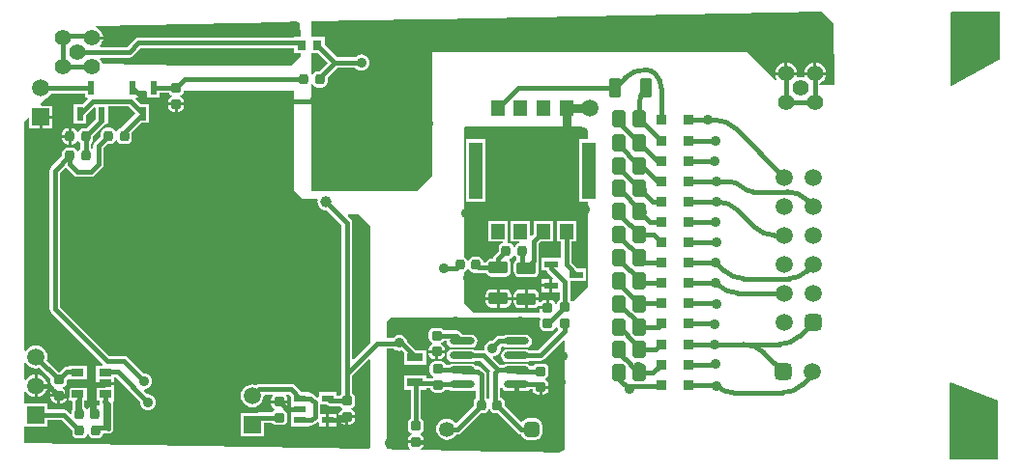
<source format=gtl>
G04 Layer_Physical_Order=1*
G04 Layer_Color=255*
%FSLAX25Y25*%
%MOIN*%
G70*
G01*
G75*
%ADD10C,0.01575*%
G04:AMPARAMS|DCode=11|XSize=35.43mil|YSize=31.5mil|CornerRadius=7.87mil|HoleSize=0mil|Usage=FLASHONLY|Rotation=0.000|XOffset=0mil|YOffset=0mil|HoleType=Round|Shape=RoundedRectangle|*
%AMROUNDEDRECTD11*
21,1,0.03543,0.01575,0,0,0.0*
21,1,0.01969,0.03150,0,0,0.0*
1,1,0.01575,0.00984,-0.00787*
1,1,0.01575,-0.00984,-0.00787*
1,1,0.01575,-0.00984,0.00787*
1,1,0.01575,0.00984,0.00787*
%
%ADD11ROUNDEDRECTD11*%
G04:AMPARAMS|DCode=12|XSize=35.43mil|YSize=31.5mil|CornerRadius=7.87mil|HoleSize=0mil|Usage=FLASHONLY|Rotation=90.000|XOffset=0mil|YOffset=0mil|HoleType=Round|Shape=RoundedRectangle|*
%AMROUNDEDRECTD12*
21,1,0.03543,0.01575,0,0,90.0*
21,1,0.01969,0.03150,0,0,90.0*
1,1,0.01575,0.00787,0.00984*
1,1,0.01575,0.00787,-0.00984*
1,1,0.01575,-0.00787,-0.00984*
1,1,0.01575,-0.00787,0.00984*
%
%ADD12ROUNDEDRECTD12*%
%ADD13R,0.02362X0.04528*%
%ADD14R,0.04528X0.02362*%
%ADD15R,0.04331X0.02559*%
%ADD16R,0.03543X0.03543*%
%ADD17R,0.05512X0.03150*%
%ADD18R,0.03150X0.03543*%
%ADD19R,0.04134X0.02362*%
G04:AMPARAMS|DCode=20|XSize=66.93mil|YSize=43.31mil|CornerRadius=10.83mil|HoleSize=0mil|Usage=FLASHONLY|Rotation=0.000|XOffset=0mil|YOffset=0mil|HoleType=Round|Shape=RoundedRectangle|*
%AMROUNDEDRECTD20*
21,1,0.06693,0.02165,0,0,0.0*
21,1,0.04528,0.04331,0,0,0.0*
1,1,0.02165,0.02264,-0.01083*
1,1,0.02165,-0.02264,-0.01083*
1,1,0.02165,-0.02264,0.01083*
1,1,0.02165,0.02264,0.01083*
%
%ADD20ROUNDEDRECTD20*%
G04:AMPARAMS|DCode=21|XSize=66.93mil|YSize=43.31mil|CornerRadius=10.83mil|HoleSize=0mil|Usage=FLASHONLY|Rotation=270.000|XOffset=0mil|YOffset=0mil|HoleType=Round|Shape=RoundedRectangle|*
%AMROUNDEDRECTD21*
21,1,0.06693,0.02165,0,0,270.0*
21,1,0.04528,0.04331,0,0,270.0*
1,1,0.02165,-0.01083,-0.02264*
1,1,0.02165,-0.01083,0.02264*
1,1,0.02165,0.01083,0.02264*
1,1,0.02165,0.01083,-0.02264*
%
%ADD21ROUNDEDRECTD21*%
%ADD22O,0.08661X0.02362*%
G04:AMPARAMS|DCode=23|XSize=59.06mil|YSize=47.24mil|CornerRadius=11.81mil|HoleSize=0mil|Usage=FLASHONLY|Rotation=90.000|XOffset=0mil|YOffset=0mil|HoleType=Round|Shape=RoundedRectangle|*
%AMROUNDEDRECTD23*
21,1,0.05906,0.02362,0,0,90.0*
21,1,0.03543,0.04724,0,0,90.0*
1,1,0.02362,0.01181,0.01772*
1,1,0.02362,0.01181,-0.01772*
1,1,0.02362,-0.01181,-0.01772*
1,1,0.02362,-0.01181,0.01772*
%
%ADD23ROUNDEDRECTD23*%
%ADD24R,0.04724X0.05315*%
%ADD25R,0.04724X0.19685*%
%ADD26C,0.03150*%
%ADD27R,0.05906X0.05906*%
%ADD28C,0.05906*%
G04:AMPARAMS|DCode=29|XSize=59.06mil|YSize=59.06mil|CornerRadius=14.76mil|HoleSize=0mil|Usage=FLASHONLY|Rotation=90.000|XOffset=0mil|YOffset=0mil|HoleType=Round|Shape=RoundedRectangle|*
%AMROUNDEDRECTD29*
21,1,0.05906,0.02953,0,0,90.0*
21,1,0.02953,0.05906,0,0,90.0*
1,1,0.02953,0.01476,0.01476*
1,1,0.02953,0.01476,-0.01476*
1,1,0.02953,-0.01476,-0.01476*
1,1,0.02953,-0.01476,0.01476*
%
%ADD29ROUNDEDRECTD29*%
G04:AMPARAMS|DCode=30|XSize=59.06mil|YSize=59.06mil|CornerRadius=14.76mil|HoleSize=0mil|Usage=FLASHONLY|Rotation=0.000|XOffset=0mil|YOffset=0mil|HoleType=Round|Shape=RoundedRectangle|*
%AMROUNDEDRECTD30*
21,1,0.05906,0.02953,0,0,0.0*
21,1,0.02953,0.05906,0,0,0.0*
1,1,0.02953,0.01476,-0.01476*
1,1,0.02953,-0.01476,-0.01476*
1,1,0.02953,-0.01476,0.01476*
1,1,0.02953,0.01476,0.01476*
%
%ADD30ROUNDEDRECTD30*%
%ADD31C,0.05512*%
G04:AMPARAMS|DCode=32|XSize=53.15mil|YSize=53.15mil|CornerRadius=13.29mil|HoleSize=0mil|Usage=FLASHONLY|Rotation=180.000|XOffset=0mil|YOffset=0mil|HoleType=Round|Shape=RoundedRectangle|*
%AMROUNDEDRECTD32*
21,1,0.05315,0.02658,0,0,180.0*
21,1,0.02658,0.05315,0,0,180.0*
1,1,0.02658,-0.01329,0.01329*
1,1,0.02658,0.01329,0.01329*
1,1,0.02658,0.01329,-0.01329*
1,1,0.02658,-0.01329,-0.01329*
%
%ADD32ROUNDEDRECTD32*%
%ADD33C,0.05315*%
%ADD34C,0.03543*%
%ADD35C,0.03937*%
G36*
X97539Y94784D02*
X100591Y91732D01*
X105373D01*
X105496Y91639D01*
X105763Y91255D01*
X105683Y90650D01*
X105785Y89879D01*
X106082Y89161D01*
X106555Y88544D01*
X107172Y88070D01*
X107891Y87773D01*
X108661Y87671D01*
X109036Y87721D01*
X113986Y82771D01*
Y31442D01*
Y24328D01*
X113531Y24024D01*
X113358Y23765D01*
X112205D01*
Y24902D01*
X106102D01*
Y23242D01*
X105602Y23035D01*
X104624Y24013D01*
X104038Y24405D01*
X103347Y24543D01*
X102756D01*
Y24902D01*
X100094D01*
X97734Y27261D01*
X97148Y27653D01*
X96457Y27791D01*
X85472D01*
X84781Y27653D01*
X84432Y27420D01*
X84197Y27517D01*
X83169Y27652D01*
X82142Y27517D01*
X81184Y27120D01*
X80361Y26489D01*
X79730Y25667D01*
X79334Y24709D01*
X79198Y23681D01*
X79334Y22653D01*
X79730Y21696D01*
X80361Y20873D01*
X81184Y20242D01*
X82142Y19845D01*
X83169Y19710D01*
X84197Y19845D01*
X85155Y20242D01*
X85977Y20873D01*
X86608Y21696D01*
X87005Y22653D01*
X87140Y23681D01*
X87124Y23802D01*
X87454Y24178D01*
X89919D01*
X90055Y23913D01*
X90114Y23678D01*
X89753Y23138D01*
X89615Y22441D01*
Y22153D01*
X95228D01*
Y22441D01*
X95089Y23138D01*
X94729Y23678D01*
X94788Y23913D01*
X94923Y24178D01*
X95709D01*
X96653Y23233D01*
Y21177D01*
X96638D01*
Y19496D01*
X99705D01*
Y18496D01*
X96638D01*
Y16815D01*
X96653D01*
Y13091D01*
X102756D01*
Y13450D01*
X103642D01*
X104333Y13587D01*
X104919Y13979D01*
X105587Y14646D01*
X106087Y14439D01*
Y13075D01*
X108653D01*
Y15256D01*
Y17437D01*
X106531D01*
Y20571D01*
X108819D01*
X109239Y20290D01*
X109931Y20153D01*
X113358D01*
X113531Y19894D01*
X114117Y19503D01*
X114301Y19466D01*
Y18956D01*
X114111Y18918D01*
X113519Y18523D01*
X113124Y17932D01*
X112985Y17235D01*
Y16947D01*
X115792D01*
X118599D01*
Y17235D01*
X118460Y17932D01*
X118065Y18523D01*
X117474Y18918D01*
X117283Y18956D01*
Y19466D01*
X117468Y19503D01*
X118054Y19894D01*
X118445Y20481D01*
X118583Y21172D01*
Y22747D01*
X118445Y23438D01*
X118054Y24024D01*
X117598Y24328D01*
Y30694D01*
X123258Y36354D01*
X123721Y36162D01*
Y5709D01*
X123222Y5210D01*
X4626Y7323D01*
Y12689D01*
X4626Y13189D01*
X5126Y13189D01*
X12500D01*
Y15320D01*
X17559D01*
X21127Y11752D01*
Y10728D01*
X21264Y10037D01*
X21656Y9451D01*
X22242Y9059D01*
X22933Y8922D01*
X24508D01*
X25199Y9059D01*
X25785Y9451D01*
X26177Y10037D01*
X26221Y10262D01*
X26731D01*
X26776Y10037D01*
X27168Y9451D01*
X27754Y9059D01*
X28445Y8922D01*
X30020D01*
X30711Y9059D01*
X31297Y9451D01*
X31688Y10037D01*
X31826Y10728D01*
Y10792D01*
X32480D01*
X32713Y10839D01*
X32872Y10733D01*
X33563Y10595D01*
X34254Y10733D01*
X34840Y11124D01*
X35232Y11710D01*
X35369Y12402D01*
Y20669D01*
X35232Y21361D01*
X35173Y21449D01*
X35440Y21949D01*
X35630D01*
Y25673D01*
X35646D01*
Y27453D01*
X32480D01*
X29315D01*
Y25673D01*
X29331D01*
Y21949D01*
X30495D01*
X30575Y21850D01*
X30674Y21356D01*
Y20640D01*
X30174Y20256D01*
X29823Y20326D01*
X29535D01*
Y17520D01*
X28535D01*
Y20326D01*
X28248D01*
X27551Y20188D01*
X26959Y19793D01*
X26564Y19201D01*
X26526Y19011D01*
X26017D01*
X25980Y19195D01*
X25588Y19781D01*
X25330Y19954D01*
Y21949D01*
X26181D01*
Y26476D01*
X19882D01*
Y21949D01*
X21046D01*
X21127Y21850D01*
Y19284D01*
X21067Y19195D01*
X20930Y18504D01*
Y17711D01*
X20468Y17520D01*
X19584Y18403D01*
X18998Y18795D01*
X18307Y18932D01*
X12500D01*
Y21063D01*
X4626Y21063D01*
X4626Y21563D01*
Y24954D01*
X5076Y25116D01*
X5126Y25112D01*
X5744Y24307D01*
X6570Y23673D01*
X7531Y23275D01*
X8063Y23205D01*
Y27126D01*
Y31047D01*
X7531Y30977D01*
X6570Y30579D01*
X5744Y29945D01*
X5126Y29140D01*
X5076Y29136D01*
X4626Y29298D01*
Y35036D01*
X5124Y35140D01*
X5755Y34318D01*
X6577Y33687D01*
X7535Y33290D01*
X8563Y33155D01*
X9591Y33290D01*
X9756Y33359D01*
X13646Y29469D01*
Y28445D01*
X13784Y27754D01*
X14175Y27168D01*
X14762Y26776D01*
X14946Y26739D01*
Y26230D01*
X14755Y26192D01*
X14164Y25797D01*
X13769Y25205D01*
X13630Y24508D01*
Y24221D01*
X19244D01*
Y24508D01*
X19105Y25205D01*
X18710Y25797D01*
X18119Y26192D01*
X17928Y26230D01*
Y26739D01*
X18113Y26776D01*
X18699Y27168D01*
X19090Y27754D01*
X19228Y28445D01*
Y29146D01*
X19718Y29493D01*
X19882Y29429D01*
Y29429D01*
X26181D01*
Y33957D01*
X19882D01*
Y33696D01*
X19094D01*
X18403Y33559D01*
X17817Y33167D01*
X16476Y31826D01*
X16398D01*
X12319Y35905D01*
X12399Y36098D01*
X12534Y37126D01*
X12399Y38154D01*
X12002Y39112D01*
X11371Y39934D01*
X10548Y40565D01*
X9591Y40962D01*
X8563Y41097D01*
X7535Y40962D01*
X6577Y40565D01*
X5755Y39934D01*
X5124Y39112D01*
X4626Y39216D01*
Y118504D01*
X5920Y119798D01*
X6382Y119607D01*
Y115929D01*
X9835D01*
Y119882D01*
X10335D01*
Y120382D01*
X14287D01*
Y123835D01*
X10546D01*
X10335Y124288D01*
X12052Y126332D01*
X12320Y126443D01*
X13142Y127074D01*
X13774Y127896D01*
X13848Y128076D01*
X25394D01*
Y126673D01*
X26221D01*
X26413Y126211D01*
X24512Y124311D01*
X21654D01*
Y117815D01*
X25984D01*
Y120674D01*
X28634Y123323D01*
X29134Y123116D01*
Y119188D01*
X26023Y116078D01*
X25000D01*
X24309Y115940D01*
X23723Y115549D01*
X23331Y114963D01*
X23294Y114778D01*
X22785D01*
X22747Y114969D01*
X22352Y115560D01*
X21760Y115955D01*
X21063Y116094D01*
X20776D01*
Y113287D01*
Y110481D01*
X21063D01*
X21760Y110619D01*
X22352Y111014D01*
X22747Y111606D01*
X22785Y111796D01*
X23294D01*
X23331Y111612D01*
X23723Y111026D01*
X23981Y110853D01*
Y109029D01*
X23723Y108856D01*
X23331Y108270D01*
X23286Y108045D01*
X22777D01*
X22732Y108270D01*
X22340Y108856D01*
X21754Y109248D01*
X21063Y109385D01*
X19488D01*
X18797Y109248D01*
X18211Y108856D01*
X17819Y108270D01*
X17682Y107579D01*
Y106555D01*
X13782Y102655D01*
X13390Y102069D01*
X13253Y101378D01*
Y53642D01*
X13390Y52951D01*
X13782Y52364D01*
X31690Y34457D01*
X31569Y34047D01*
X31503Y33957D01*
X29331D01*
Y30232D01*
X29315D01*
Y28453D01*
X32480D01*
X35646D01*
Y29883D01*
X36146Y30000D01*
X44491Y21656D01*
X44464Y21457D01*
X44559Y20737D01*
X44837Y20067D01*
X45279Y19491D01*
X45854Y19049D01*
X46525Y18772D01*
X47244Y18677D01*
X47964Y18772D01*
X48634Y19049D01*
X49210Y19491D01*
X49651Y20067D01*
X49929Y20737D01*
X50024Y21457D01*
X49929Y22176D01*
X49651Y22847D01*
X49210Y23422D01*
X48634Y23864D01*
X47964Y24142D01*
X47244Y24236D01*
X47045Y24210D01*
X45882Y25373D01*
X46062Y25901D01*
X46487Y25957D01*
X47158Y26234D01*
X47733Y26676D01*
X48175Y27252D01*
X48453Y27922D01*
X48547Y28642D01*
X48453Y29361D01*
X48175Y30032D01*
X47733Y30607D01*
X47158Y31049D01*
X46487Y31327D01*
X45768Y31421D01*
X45569Y31395D01*
X40057Y36907D01*
X39471Y37299D01*
X38780Y37436D01*
X33819D01*
X16865Y54390D01*
Y100630D01*
X18725Y102490D01*
X18998Y102463D01*
X21557Y99904D01*
X22143Y99512D01*
X22835Y99375D01*
X27461D01*
X28152Y99512D01*
X28738Y99904D01*
X31395Y102561D01*
X31787Y103147D01*
X31925Y103839D01*
Y109291D01*
X33327Y110694D01*
X34350D01*
X35042Y110831D01*
X35628Y111223D01*
X36019Y111809D01*
X36064Y112034D01*
X36574D01*
X36619Y111809D01*
X37010Y111223D01*
X37596Y110831D01*
X38287Y110694D01*
X39862D01*
X40554Y110831D01*
X41140Y111223D01*
X41531Y111809D01*
X41669Y112500D01*
Y114469D01*
X41613Y114748D01*
X44779Y117913D01*
X47638D01*
Y124409D01*
X44779D01*
X42895Y126294D01*
X43086Y126756D01*
X43913D01*
Y128954D01*
X46692Y128974D01*
X47047Y128622D01*
Y126772D01*
X51378D01*
Y128213D01*
X54390D01*
X54628Y127857D01*
X55214Y127465D01*
X55399Y127428D01*
Y126918D01*
X55208Y126881D01*
X54617Y126486D01*
X54222Y125894D01*
X54083Y125197D01*
Y124909D01*
X59696D01*
Y125197D01*
X59558Y125894D01*
X59163Y126486D01*
X58571Y126881D01*
X58381Y126918D01*
Y127428D01*
X58565Y127465D01*
X59151Y127857D01*
X59543Y128443D01*
X59661Y129035D01*
X97539D01*
Y94784D01*
D02*
G37*
G36*
X340748Y139862D02*
X340650Y139764D01*
X324276Y130705D01*
X323845Y130959D01*
X323787Y156142D01*
X324141Y156496D01*
X340748Y156496D01*
Y139862D01*
D02*
G37*
G36*
X109158Y138779D02*
X106142Y135763D01*
X105709D01*
X105017Y135626D01*
X104431Y135234D01*
X104040Y134648D01*
X103543Y134715D01*
Y142028D01*
X105910D01*
X109158Y138779D01*
D02*
G37*
G36*
X182410Y50181D02*
X182392Y50090D01*
X182257Y49409D01*
Y47835D01*
X182394Y47143D01*
X182786Y46557D01*
X183372Y46166D01*
X184063Y46028D01*
X186031D01*
X186723Y46166D01*
X187309Y46557D01*
X187700Y47143D01*
X187751Y47398D01*
X188261D01*
X188292Y47242D01*
X188683Y46656D01*
X188719Y46293D01*
X181772Y39346D01*
X178655D01*
X178306Y39579D01*
X177461Y39747D01*
X171161D01*
X170317Y39579D01*
X169600Y39101D01*
X169122Y38384D01*
X168954Y37539D01*
X169122Y36694D01*
X169600Y35978D01*
X170317Y35500D01*
X171161Y35332D01*
X177461D01*
X178306Y35500D01*
X178655Y35733D01*
X182520D01*
X183211Y35871D01*
X183797Y36262D01*
X190454Y42919D01*
X190846Y42800D01*
X190945Y42703D01*
X190945Y41724D01*
X190945Y5315D01*
X190945D01*
X190673Y5096D01*
X190087Y4715D01*
X189468Y4393D01*
X188820Y4133D01*
X188525Y4047D01*
X185041Y4109D01*
X185029Y4111D01*
X184547Y4232D01*
X184168Y4125D01*
X183753Y4132D01*
X183658Y4228D01*
X168620Y4402D01*
X141507Y4885D01*
X141373Y5387D01*
X141840Y5700D01*
X142235Y6291D01*
X142374Y6988D01*
Y7276D01*
X136760D01*
Y6988D01*
X136899Y6291D01*
X137294Y5700D01*
X137662Y5453D01*
X137507Y4956D01*
X131667Y5060D01*
X131004Y5315D01*
X129528D01*
Y39926D01*
X131988D01*
X131991Y39921D01*
X132567Y39479D01*
X133237Y39202D01*
X133957Y39107D01*
X134676Y39202D01*
X134777Y39243D01*
X135630Y38390D01*
Y34350D01*
X143110D01*
Y39469D01*
X139661D01*
X136660Y42470D01*
X136642Y42606D01*
X136364Y43277D01*
X135922Y43852D01*
X135346Y44294D01*
X134676Y44572D01*
X133957Y44666D01*
X133237Y44572D01*
X132567Y44294D01*
X131991Y43852D01*
X131751Y43539D01*
X129528D01*
Y49114D01*
X131004Y50591D01*
X182126D01*
X182410Y50181D01*
D02*
G37*
G36*
X123721Y82382D02*
Y41925D01*
X118060Y36265D01*
X117598Y36456D01*
Y83519D01*
X117461Y84210D01*
X117069Y84796D01*
X116107Y85759D01*
X116298Y86221D01*
X119882D01*
X123721Y82382D01*
D02*
G37*
G36*
X42918Y121161D02*
X37968Y116211D01*
X37596Y116137D01*
X37010Y115746D01*
X36619Y115160D01*
X36574Y114935D01*
X36064D01*
X36019Y115160D01*
X35628Y115746D01*
X35042Y116137D01*
X34350Y116275D01*
X32776D01*
X32084Y116137D01*
X31498Y115746D01*
X31107Y115160D01*
X30969Y114469D01*
Y113445D01*
X28841Y111317D01*
X28449Y110731D01*
X28312Y110039D01*
Y109360D01*
X28103Y109186D01*
X27812Y109104D01*
X27594Y109295D01*
Y110853D01*
X27852Y111026D01*
X28244Y111612D01*
X28381Y112303D01*
Y113327D01*
X32577Y117522D01*
X32772Y117815D01*
X33465D01*
Y123686D01*
X40393D01*
X42918Y121161D01*
D02*
G37*
G36*
X196752Y116535D02*
X198917Y114370D01*
Y112205D01*
X195965D01*
Y90551D01*
X198917D01*
Y61417D01*
X193722Y56222D01*
X193224Y56271D01*
X193207Y56297D01*
X192751Y56601D01*
Y62920D01*
X193053Y63287D01*
X198228D01*
Y67618D01*
X195370D01*
X193243Y69744D01*
Y76870D01*
X194783D01*
Y84153D01*
X188091D01*
Y76870D01*
X189631D01*
Y71750D01*
X189370Y71358D01*
X182874D01*
Y67028D01*
X184469D01*
X184845Y66465D01*
X186954Y64356D01*
X186763Y63894D01*
X186622D01*
Y61713D01*
Y59531D01*
X189139D01*
Y56601D01*
X188683Y56297D01*
X188292Y55711D01*
X188249Y55497D01*
X187740D01*
X187715Y55619D01*
X187320Y56210D01*
X186729Y56605D01*
X186031Y56744D01*
X185547D01*
Y54134D01*
X185047D01*
Y53634D01*
X182241D01*
Y53347D01*
X182357Y52764D01*
X182081Y52264D01*
X159449D01*
X156102Y55610D01*
Y66224D01*
X156203Y66245D01*
X156789Y66636D01*
X157181Y67222D01*
X157225Y67447D01*
X157735D01*
X157780Y67222D01*
X158171Y66636D01*
X158757Y66245D01*
X159449Y66107D01*
X161024D01*
X161122Y66127D01*
X161221Y66107D01*
X163785D01*
X163801Y66024D01*
X164258Y65341D01*
X164942Y64884D01*
X165748Y64723D01*
X170276D01*
X171082Y64884D01*
X171766Y65341D01*
X172223Y66024D01*
X172383Y66831D01*
Y68996D01*
X172223Y69802D01*
X171827Y70395D01*
X171903Y70762D01*
X171990Y70938D01*
X172148Y70969D01*
X172734Y71361D01*
X173126Y71947D01*
X173170Y72171D01*
X173680D01*
X173725Y71947D01*
X174117Y71361D01*
X174375Y71188D01*
Y70703D01*
X173904Y70388D01*
X173447Y69704D01*
X173286Y68898D01*
Y66732D01*
X173447Y65926D01*
X173904Y65242D01*
X174587Y64785D01*
X175394Y64625D01*
X179921D01*
X180728Y64785D01*
X181411Y65242D01*
X181868Y65926D01*
X182029Y66732D01*
Y68898D01*
X181871Y69690D01*
X182003Y70355D01*
Y76398D01*
X182476Y76870D01*
X186909D01*
Y84153D01*
X180217D01*
Y79720D01*
X179497Y79001D01*
X179035Y79192D01*
Y84153D01*
X172343D01*
Y76870D01*
X175130D01*
X175179Y76370D01*
X174703Y76275D01*
X174117Y75884D01*
X173725Y75298D01*
X173680Y75073D01*
X173170D01*
X173126Y75298D01*
X172734Y75884D01*
X172148Y76275D01*
X171457Y76413D01*
X171264D01*
X171161Y76870D01*
X171161Y76913D01*
Y84153D01*
X164469D01*
Y76870D01*
X169618D01*
X169668Y76370D01*
X169191Y76275D01*
X168605Y75884D01*
X168213Y75298D01*
X168076Y74606D01*
Y73583D01*
X166735Y72242D01*
X166343Y71656D01*
X166233Y71104D01*
X165748D01*
X164942Y70943D01*
X164258Y70486D01*
X163801Y69802D01*
X163785Y69720D01*
X162830D01*
Y69882D01*
X162692Y70573D01*
X162301Y71159D01*
X161715Y71551D01*
X161024Y71688D01*
X159449D01*
X158757Y71551D01*
X158171Y71159D01*
X157780Y70573D01*
X157735Y70348D01*
X157225D01*
X157181Y70573D01*
X156789Y71159D01*
X156203Y71551D01*
X156102Y71571D01*
Y116280D01*
X156456Y116633D01*
X196752Y116535D01*
D02*
G37*
G36*
X99705Y152264D02*
X99819Y147898D01*
X99470Y147539D01*
X97638D01*
Y147377D01*
X43996D01*
X43305Y147240D01*
X42719Y146848D01*
X40000Y144129D01*
X30817D01*
X30656Y144603D01*
X30710Y144644D01*
X31312Y145429D01*
X31691Y146342D01*
X31754Y146823D01*
X28032D01*
Y147823D01*
X31754D01*
X31691Y148303D01*
X31312Y149217D01*
X30710Y150002D01*
X29926Y150604D01*
X29117Y150938D01*
X29212Y151441D01*
X94240Y152863D01*
X98357Y152938D01*
X99705Y152264D01*
D02*
G37*
G36*
X97638Y142028D02*
X99972D01*
X100000Y140945D01*
X96653Y137598D01*
X60728D01*
X31614Y138488D01*
X31312Y139217D01*
X30710Y140002D01*
X30656Y140043D01*
X30817Y140516D01*
X40748D01*
X41439Y140654D01*
X42025Y141045D01*
X44744Y143764D01*
X97638D01*
Y142028D01*
D02*
G37*
G36*
X340256Y22146D02*
X340354Y22047D01*
Y1931D01*
X339999Y1579D01*
X323622Y1772D01*
Y28005D01*
X324033Y28289D01*
X340256Y22146D01*
D02*
G37*
G36*
X283563Y152362D02*
X283853Y131360D01*
X283502Y131004D01*
X278810D01*
X278710Y131504D01*
X279040Y131641D01*
X279824Y132243D01*
X280427Y133027D01*
X280805Y133941D01*
X280868Y134421D01*
X273423D01*
X273486Y133941D01*
X273500Y133909D01*
X273321Y133729D01*
X273100Y133568D01*
X272146Y133694D01*
X271192Y133568D01*
X270971Y133729D01*
X270792Y133909D01*
X270805Y133941D01*
X270868Y134421D01*
X263423D01*
X263487Y133941D01*
X263865Y133027D01*
X263943Y132926D01*
X263566Y132596D01*
X253937Y142224D01*
X145079D01*
Y99705D01*
X139862Y94488D01*
X103543D01*
Y131230D01*
X104040Y131297D01*
X104431Y130711D01*
X105017Y130319D01*
X105709Y130182D01*
X107283D01*
X107975Y130319D01*
X108561Y130711D01*
X108952Y131297D01*
X109090Y131988D01*
Y133602D01*
X112461Y136973D01*
X118680D01*
X118802Y136814D01*
X119378Y136372D01*
X120048Y136095D01*
X120768Y136000D01*
X121487Y136095D01*
X122158Y136372D01*
X122733Y136814D01*
X123175Y137390D01*
X123453Y138060D01*
X123547Y138779D01*
X123453Y139499D01*
X123175Y140169D01*
X122733Y140745D01*
X122158Y141187D01*
X121487Y141464D01*
X120768Y141559D01*
X120048Y141464D01*
X119378Y141187D01*
X118802Y140745D01*
X118680Y140586D01*
X112461D01*
X108268Y144779D01*
Y147539D01*
X103543D01*
Y152953D01*
X141240Y153642D01*
X141588Y153579D01*
X141638Y153642D01*
X145079D01*
X230801Y155335D01*
X279705Y156220D01*
X283563Y152362D01*
D02*
G37*
%LPC*%
G36*
X9063Y31047D02*
Y27626D01*
X12484D01*
X12414Y28158D01*
X12016Y29119D01*
X11382Y29945D01*
X10556Y30579D01*
X9595Y30977D01*
X9063Y31047D01*
D02*
G37*
G36*
X115292Y15947D02*
X112985D01*
Y15660D01*
X113124Y14963D01*
X113519Y14371D01*
X114111Y13976D01*
X114808Y13837D01*
X115292D01*
Y15947D01*
D02*
G37*
G36*
X118599D02*
X116292D01*
Y13837D01*
X116776D01*
X117474Y13976D01*
X118065Y14371D01*
X118460Y14963D01*
X118599Y15660D01*
Y15947D01*
D02*
G37*
G36*
X112221Y14756D02*
X109653D01*
Y13075D01*
X112221D01*
Y14756D01*
D02*
G37*
G36*
X95228Y21154D02*
X89615D01*
Y20866D01*
X89753Y20169D01*
X90148Y19578D01*
X90740Y19182D01*
X90930Y19144D01*
Y18635D01*
X90746Y18598D01*
X90160Y18206D01*
X89987Y17948D01*
X85630D01*
X84939Y17811D01*
X84651Y17618D01*
X79232D01*
Y9744D01*
X87106D01*
Y14335D01*
X89987D01*
X90160Y14077D01*
X90746Y13686D01*
X91437Y13548D01*
X93405D01*
X94097Y13686D01*
X94683Y14077D01*
X95074Y14663D01*
X95212Y15354D01*
Y16929D01*
X95074Y17620D01*
X94683Y18206D01*
X94097Y18598D01*
X93912Y18635D01*
Y19144D01*
X94103Y19182D01*
X94694Y19578D01*
X95089Y20169D01*
X95228Y20866D01*
Y21154D01*
D02*
G37*
G36*
X112221Y17437D02*
X109653D01*
Y15756D01*
X112221D01*
Y17437D01*
D02*
G37*
G36*
X12484Y26626D02*
X9063D01*
Y23205D01*
X9595Y23275D01*
X10556Y23673D01*
X11382Y24307D01*
X12016Y25133D01*
X12414Y26094D01*
X12484Y26626D01*
D02*
G37*
G36*
X15937Y23221D02*
X13630D01*
Y22933D01*
X13769Y22236D01*
X14164Y21645D01*
X14755Y21249D01*
X15453Y21111D01*
X15937D01*
Y23221D01*
D02*
G37*
G36*
X19244D02*
X16937D01*
Y21111D01*
X17421D01*
X18119Y21249D01*
X18710Y21645D01*
X19105Y22236D01*
X19244Y22933D01*
Y23221D01*
D02*
G37*
G36*
X14287Y119382D02*
X10835D01*
Y115929D01*
X14287D01*
Y119382D01*
D02*
G37*
G36*
X56390Y123909D02*
X54083D01*
Y123622D01*
X54222Y122925D01*
X54617Y122333D01*
X55208Y121938D01*
X55905Y121800D01*
X56390D01*
Y123909D01*
D02*
G37*
G36*
X19776Y112787D02*
X17666D01*
Y112303D01*
X17805Y111606D01*
X18200Y111014D01*
X18791Y110619D01*
X19488Y110481D01*
X19776D01*
Y112787D01*
D02*
G37*
G36*
Y116094D02*
X19488D01*
X18791Y115955D01*
X18200Y115560D01*
X17805Y114969D01*
X17666Y114272D01*
Y113787D01*
X19776D01*
Y116094D01*
D02*
G37*
G36*
X59696Y123909D02*
X57390D01*
Y121800D01*
X57874D01*
X58571Y121938D01*
X59163Y122333D01*
X59558Y122925D01*
X59696Y123622D01*
Y123909D01*
D02*
G37*
G36*
X146252Y38476D02*
X143945D01*
Y38189D01*
X144084Y37492D01*
X144479Y36900D01*
X145070Y36505D01*
X145768Y36367D01*
X146252D01*
Y38476D01*
D02*
G37*
G36*
X177461Y44747D02*
X171161D01*
X170317Y44579D01*
X169967Y44346D01*
X168327D01*
X167636Y44208D01*
X167050Y43817D01*
X165963Y42730D01*
X165324Y42646D01*
X164654Y42368D01*
X164078Y41926D01*
X163636Y41350D01*
X163358Y40680D01*
X163264Y39961D01*
X163291Y39753D01*
X162842Y39333D01*
X162776Y39346D01*
X159757D01*
X159408Y39579D01*
X158563Y39747D01*
X152264D01*
X151419Y39579D01*
X150703Y39101D01*
X150224Y38384D01*
X150056Y37539D01*
X150224Y36694D01*
X150703Y35978D01*
X151419Y35500D01*
X152264Y35332D01*
X158563D01*
X159408Y35500D01*
X159757Y35733D01*
X162027D01*
X165287Y32473D01*
X165162Y32286D01*
X165024Y31594D01*
Y22559D01*
X164928Y22481D01*
X164258Y22584D01*
X164171Y22713D01*
X163913Y22886D01*
Y31004D01*
X163775Y31695D01*
X163384Y32281D01*
X162203Y33462D01*
X161617Y33854D01*
X160925Y33991D01*
X160197D01*
X160124Y34100D01*
X159408Y34579D01*
X158563Y34747D01*
X152264D01*
X151419Y34579D01*
X151070Y34346D01*
X149819D01*
X149798Y34451D01*
X149406Y35037D01*
X148820Y35429D01*
X148129Y35566D01*
X146160D01*
X145469Y35429D01*
X144883Y35037D01*
X144492Y34451D01*
X144354Y33760D01*
Y32185D01*
X144492Y31494D01*
X144883Y30908D01*
X145352Y30594D01*
X145442Y30170D01*
X145431Y30014D01*
X145237Y29858D01*
X143110D01*
Y30807D01*
X135630D01*
Y25689D01*
X137761D01*
Y15656D01*
X137305Y15352D01*
X136914Y14766D01*
X136776Y14075D01*
Y12500D01*
X136914Y11809D01*
X137305Y11223D01*
X137891Y10831D01*
X138076Y10794D01*
Y10285D01*
X137885Y10247D01*
X137294Y9852D01*
X136899Y9260D01*
X136760Y8563D01*
Y8276D01*
X142374D01*
Y8563D01*
X142235Y9260D01*
X141840Y9852D01*
X141249Y10247D01*
X141058Y10285D01*
Y10794D01*
X141243Y10831D01*
X141829Y11223D01*
X142220Y11809D01*
X142358Y12500D01*
Y14075D01*
X142220Y14766D01*
X141829Y15352D01*
X141373Y15656D01*
Y25689D01*
X143110D01*
Y26245D01*
X144439D01*
X144492Y25982D01*
X144883Y25396D01*
X145469Y25004D01*
X146160Y24867D01*
X148129D01*
X148820Y25004D01*
X149406Y25396D01*
X149632Y25733D01*
X151070D01*
X151419Y25500D01*
X152264Y25332D01*
X158563D01*
X159408Y25500D01*
X159800Y25762D01*
X160300Y25495D01*
Y22886D01*
X160042Y22713D01*
X159650Y22127D01*
X159513Y21436D01*
Y20413D01*
X153567Y14467D01*
X153068Y14500D01*
X152853Y14781D01*
X152093Y15364D01*
X151207Y15731D01*
X150256Y15856D01*
X149305Y15731D01*
X148419Y15364D01*
X147659Y14781D01*
X147075Y14020D01*
X146708Y13134D01*
X146583Y12183D01*
X146708Y11232D01*
X147075Y10347D01*
X147659Y9586D01*
X148419Y9002D01*
X149305Y8635D01*
X150256Y8510D01*
X151207Y8635D01*
X152093Y9002D01*
X152853Y9586D01*
X153437Y10347D01*
X153449Y10377D01*
X153838D01*
X154529Y10514D01*
X155115Y10906D01*
X161871Y17661D01*
X162894D01*
X163585Y17799D01*
X164171Y18190D01*
X164563Y18776D01*
X164608Y19001D01*
X165117D01*
X165162Y18776D01*
X165554Y18190D01*
X166140Y17799D01*
X166831Y17661D01*
X167854D01*
X174610Y10906D01*
X175196Y10514D01*
X175876Y10379D01*
X175961Y9952D01*
X176472Y9187D01*
X177237Y8676D01*
X178140Y8496D01*
X180797D01*
X181700Y8676D01*
X182465Y9187D01*
X182976Y9952D01*
X183156Y10854D01*
Y13512D01*
X182976Y14414D01*
X182465Y15179D01*
X181700Y15691D01*
X180797Y15870D01*
X178140D01*
X177237Y15691D01*
X176472Y15179D01*
X176280Y14891D01*
X175782Y14842D01*
X170212Y20413D01*
Y21436D01*
X170075Y22127D01*
X169683Y22713D01*
X169097Y23105D01*
X168637Y23196D01*
Y26315D01*
X168720Y26374D01*
X169399Y26251D01*
X169589Y25967D01*
X170310Y25485D01*
X171161Y25316D01*
X173811D01*
Y27539D01*
X174811D01*
Y25316D01*
X177461D01*
X178312Y25485D01*
X179033Y25967D01*
X179273Y26326D01*
X179773Y26174D01*
Y25886D01*
X179912Y25188D01*
X180307Y24597D01*
X180898Y24202D01*
X181596Y24063D01*
X182080D01*
Y26673D01*
X182580D01*
Y27173D01*
X185386D01*
Y27461D01*
X185248Y28158D01*
X184853Y28749D01*
X184261Y29144D01*
X184071Y29182D01*
Y29692D01*
X184255Y29729D01*
X184841Y30120D01*
X185233Y30706D01*
X185370Y31398D01*
Y32972D01*
X185233Y33664D01*
X184841Y34250D01*
X184255Y34641D01*
X183564Y34779D01*
X181596D01*
X180904Y34641D01*
X180318Y34250D01*
X180146Y33991D01*
X179095D01*
X179022Y34100D01*
X178306Y34579D01*
X177461Y34747D01*
X171161D01*
X170317Y34579D01*
X169967Y34346D01*
X168524D01*
X166176Y36694D01*
X166355Y37222D01*
X166763Y37276D01*
X167433Y37553D01*
X168009Y37995D01*
X168451Y38571D01*
X168728Y39241D01*
X168823Y39961D01*
X168771Y40359D01*
X169115Y40733D01*
X169967D01*
X170317Y40500D01*
X171161Y40332D01*
X177461D01*
X178306Y40500D01*
X179022Y40978D01*
X179500Y41695D01*
X179668Y42539D01*
X179500Y43384D01*
X179022Y44100D01*
X178306Y44579D01*
X177461Y44747D01*
D02*
G37*
G36*
X149559Y38476D02*
X147252D01*
Y36367D01*
X147736D01*
X148434Y36505D01*
X149025Y36900D01*
X149420Y37492D01*
X149559Y38189D01*
Y38476D01*
D02*
G37*
G36*
X147736Y47082D02*
X145768D01*
X145077Y46944D01*
X144491Y46553D01*
X144099Y45967D01*
X143961Y45276D01*
Y43701D01*
X144099Y43009D01*
X144491Y42423D01*
X145077Y42032D01*
X145261Y41995D01*
Y41485D01*
X145070Y41447D01*
X144479Y41052D01*
X144084Y40461D01*
X143945Y39764D01*
Y39476D01*
X149559D01*
Y39764D01*
X149420Y40461D01*
X149025Y41052D01*
X148434Y41447D01*
X148243Y41485D01*
Y41995D01*
X148428Y42032D01*
X149014Y42423D01*
X149186Y42682D01*
X149939D01*
X150056Y42539D01*
X150224Y41695D01*
X150703Y40978D01*
X151419Y40500D01*
X152264Y40332D01*
X158563D01*
X159408Y40500D01*
X160124Y40978D01*
X160603Y41695D01*
X160771Y42539D01*
X160603Y43384D01*
X160124Y44100D01*
X159408Y44579D01*
X158563Y44747D01*
X155760D01*
X154742Y45766D01*
X154156Y46157D01*
X153465Y46295D01*
X149186D01*
X149014Y46553D01*
X148428Y46944D01*
X147736Y47082D01*
D02*
G37*
G36*
X185386Y26173D02*
X183080D01*
Y24063D01*
X183564D01*
X184261Y24202D01*
X184853Y24597D01*
X185248Y25188D01*
X185386Y25886D01*
Y26173D01*
D02*
G37*
G36*
X177157Y56685D02*
X173270D01*
Y56102D01*
X173432Y55290D01*
X173892Y54601D01*
X174581Y54141D01*
X175394Y53979D01*
X177157D01*
Y56685D01*
D02*
G37*
G36*
X167512Y56783D02*
X163625D01*
Y56201D01*
X163786Y55388D01*
X164246Y54699D01*
X164935Y54239D01*
X165748Y54077D01*
X167512D01*
Y56783D01*
D02*
G37*
G36*
X177157Y60391D02*
X175394D01*
X174581Y60229D01*
X173892Y59769D01*
X173432Y59080D01*
X173270Y58268D01*
Y57685D01*
X177157D01*
Y60391D01*
D02*
G37*
G36*
X179921D02*
X178157D01*
Y57685D01*
X182045D01*
Y58268D01*
X181883Y59080D01*
X181423Y59769D01*
X180734Y60229D01*
X179921Y60391D01*
D02*
G37*
G36*
X172399Y56783D02*
X168512D01*
Y54077D01*
X170276D01*
X171088Y54239D01*
X171777Y54699D01*
X172237Y55388D01*
X172399Y56201D01*
Y56783D01*
D02*
G37*
G36*
X184547Y56744D02*
X184063D01*
X183366Y56605D01*
X182774Y56210D01*
X182492Y55787D01*
X182021Y55982D01*
X182045Y56102D01*
Y56685D01*
X178157D01*
Y53979D01*
X179921D01*
X180734Y54141D01*
X181423Y54601D01*
X181771Y55121D01*
X182242Y54926D01*
X182241Y54921D01*
Y54634D01*
X184547D01*
Y56744D01*
D02*
G37*
G36*
X167512Y60490D02*
X165748D01*
X164935Y60328D01*
X164246Y59868D01*
X163786Y59179D01*
X163625Y58366D01*
Y57784D01*
X167512D01*
Y60490D01*
D02*
G37*
G36*
X185622Y63894D02*
X182858D01*
Y62213D01*
X185622D01*
Y63894D01*
D02*
G37*
G36*
X163681Y112205D02*
X156988D01*
Y90551D01*
X163681D01*
Y112205D01*
D02*
G37*
G36*
X170276Y60490D02*
X168512D01*
Y57784D01*
X172399D01*
Y58366D01*
X172237Y59179D01*
X171777Y59868D01*
X171088Y60328D01*
X170276Y60490D01*
D02*
G37*
G36*
X185622Y61213D02*
X182858D01*
Y59531D01*
X185622D01*
Y61213D01*
D02*
G37*
G36*
X276646Y138644D02*
X276165Y138581D01*
X275252Y138202D01*
X274467Y137600D01*
X273865Y136815D01*
X273486Y135902D01*
X273423Y135421D01*
X276646D01*
Y138644D01*
D02*
G37*
G36*
X277646D02*
Y135421D01*
X280868D01*
X280805Y135902D01*
X280427Y136815D01*
X279824Y137600D01*
X279040Y138202D01*
X278126Y138581D01*
X277646Y138644D01*
D02*
G37*
G36*
X266646D02*
X266165Y138581D01*
X265251Y138202D01*
X264467Y137600D01*
X263865Y136815D01*
X263487Y135902D01*
X263423Y135421D01*
X266646D01*
Y138644D01*
D02*
G37*
G36*
X267646D02*
Y135421D01*
X270868D01*
X270805Y135902D01*
X270427Y136815D01*
X269824Y137600D01*
X269040Y138202D01*
X268126Y138581D01*
X267646Y138644D01*
D02*
G37*
%LPD*%
D10*
X222102Y134872D02*
G03*
X222101Y134873I-5100J-5097D01*
G01*
X224213Y129775D02*
G03*
X222101Y134873I-7211J0D01*
G01*
D02*
G03*
X218611Y136319I-3490J-3490D01*
G01*
D02*
G03*
X211540Y133390I0J-10000D01*
G01*
X218898Y130118D02*
G03*
X216634Y124653I5465J-5465D01*
G01*
X259622Y38508D02*
G03*
X252551Y41437I-7071J-7071D01*
G01*
X265907Y24714D02*
G03*
X272978Y27643I0J10000D01*
G01*
X243209Y27165D02*
G03*
X249126Y24714I5918J5918D01*
G01*
X249818Y115969D02*
G03*
X242747Y118898I-7071J-7071D01*
G01*
X251870Y95866D02*
G03*
X255910Y94193I4039J4039D01*
G01*
X251870Y95866D02*
G03*
X247593Y97638I-4277J-4277D01*
G01*
X274523Y91264D02*
G03*
X267452Y94193I-7071J-7071D01*
G01*
X250453Y87834D02*
G03*
X243382Y90763I-7071J-7071D01*
G01*
X256244Y82043D02*
G03*
X263315Y79114I7071J7071D01*
G01*
X268209Y64173D02*
G03*
X274224Y66665I0J8507D01*
G01*
X245595Y67102D02*
G03*
X252666Y64173I7071J7071D01*
G01*
X243626Y62043D02*
G03*
X250697Y59114I7071J7071D01*
G01*
X264854Y41437D02*
G03*
X271925Y44366I0J10000D01*
G01*
X103347Y22736D02*
X104724Y21358D01*
X99705Y22736D02*
X103347D01*
X104724Y16339D02*
Y21358D01*
X103642Y15256D02*
X104724Y16339D01*
X99705Y15256D02*
X103642D01*
X28051Y17028D02*
Y24705D01*
X20132Y27264D02*
X28543D01*
X31791D02*
X32480Y27953D01*
X28543Y27264D02*
X31791D01*
X28543Y18012D02*
Y27264D01*
Y18012D02*
X29035Y17520D01*
X22933Y16634D02*
Y21850D01*
X23031Y24213D02*
X23524Y23720D01*
Y17520D02*
Y23720D01*
X8563Y17126D02*
X18307D01*
X23720Y11713D01*
X32480Y21752D02*
Y24213D01*
Y12599D02*
Y21752D01*
X33563Y20669D01*
X32382Y21850D02*
X32480Y21752D01*
X29232Y11713D02*
X30118Y12599D01*
X32480D01*
Y24213D02*
X32480Y24213D01*
X19094Y26226D02*
X20132Y27264D01*
X19094Y23721D02*
Y26226D01*
X16437Y23721D02*
X19094D01*
X38780Y35630D02*
X45768Y28642D01*
X33071Y35630D02*
X38780D01*
X15059Y53642D02*
X33071Y35630D01*
X36811Y31890D02*
X47244Y21457D01*
X32087Y31890D02*
X36811D01*
X19094D02*
X22638D01*
X16437Y29232D02*
X19094Y31890D01*
X13032Y27126D02*
X16437Y23721D01*
X8563Y27126D02*
X13032D01*
X8563Y37106D02*
X16437Y29232D01*
X8563Y37106D02*
Y37126D01*
X43996Y145571D02*
X99410D01*
X40748Y142323D02*
X43996Y145571D01*
X23031Y142323D02*
X40748D01*
X18032Y137323D02*
X28032D01*
X18032D02*
Y147323D01*
Y148130D02*
X28032D01*
X18032Y147323D02*
Y148130D01*
X214075Y26870D02*
X223624D01*
X213090Y25886D02*
X213177Y25972D01*
X214075Y26870D01*
X213090Y25972D02*
X213177D01*
X223624Y26870D02*
X224213Y27459D01*
X213681Y34252D02*
X216240Y31693D01*
X213681Y34252D02*
Y34589D01*
X211951Y36319D02*
X213681Y34589D01*
X211614Y36319D02*
X211951D01*
X209547Y38386D02*
X211614Y36319D01*
X216240Y31693D02*
Y33563D01*
X209547Y38386D02*
Y39549D01*
X214272Y42779D02*
X216634Y40417D01*
X214230Y42779D02*
X214272D01*
X212500Y44509D02*
X214230Y42779D01*
X212500Y44509D02*
Y44551D01*
X209547Y47504D02*
X212500Y44551D01*
X216634Y39549D02*
Y40417D01*
X209547Y55414D02*
X216732Y48228D01*
X209547Y55414D02*
Y55458D01*
X213681Y58411D02*
X216634Y55458D01*
X213681Y58411D02*
Y58453D01*
X211951Y60183D02*
X213681Y58453D01*
X211910Y60183D02*
X211951D01*
X209547Y62545D02*
X211910Y60183D01*
X209547Y62545D02*
Y63413D01*
Y86516D02*
X216732Y79331D01*
X209547Y86516D02*
Y87276D01*
X214272Y90506D02*
X216634Y88144D01*
X214230Y90506D02*
X214272D01*
X212500Y92236D02*
X214230Y90506D01*
X212500Y92236D02*
Y92278D01*
X209547Y95231D02*
X212500Y92278D01*
X216634Y87276D02*
Y88144D01*
X213681Y106102D02*
X216929Y102854D01*
X213681Y106102D02*
Y106180D01*
X211951Y107910D02*
X213681Y106180D01*
X211874Y107910D02*
X211951D01*
X208858Y110925D02*
X211874Y107910D01*
X208858Y110925D02*
Y110943D01*
X213681Y114093D02*
X216634Y111140D01*
X213681Y114093D02*
Y114135D01*
X211951Y115864D02*
X213681Y114135D01*
X211910Y115864D02*
X211951D01*
X209547Y118227D02*
X211910Y115864D01*
X209547Y118227D02*
Y119291D01*
X152112Y7776D02*
X176834D01*
X152091Y7754D02*
X152112Y7776D01*
X148421Y7754D02*
X152091D01*
X148400Y7776D02*
X148421Y7754D01*
X139567Y7776D02*
X148400D01*
X182103D02*
X183169D01*
X182081Y7754D02*
X182103Y7776D01*
X176856Y7754D02*
X182081D01*
X176834Y7776D02*
X176856Y7754D01*
X183169Y7776D02*
X184547Y9154D01*
X174311Y25394D02*
X184547Y15157D01*
Y9154D02*
Y15157D01*
X46063Y125689D02*
X46358D01*
X41732Y130020D02*
X46063Y125689D01*
X31299Y118799D02*
Y121063D01*
X25787Y113287D02*
X31299Y118799D01*
X41142Y125492D02*
X45472Y121161D01*
X28248Y125492D02*
X41142D01*
X39075Y114764D02*
X45472Y121161D01*
X39075Y113484D02*
Y114764D01*
X23819Y121063D02*
X28248Y125492D01*
X27520Y129882D02*
X27559Y129921D01*
X10335Y129882D02*
X27520D01*
X20276Y103740D02*
Y106595D01*
Y103740D02*
X22835Y101181D01*
X27461D01*
X30118Y103839D01*
Y110039D01*
X33563Y113484D01*
X59941Y132973D02*
X100984D01*
X56890Y129921D02*
X59941Y132973D01*
X56791Y130020D02*
X56890Y129921D01*
X49213Y130020D02*
X56791D01*
X15059Y53642D02*
Y101378D01*
X20276Y106595D01*
X25787D02*
Y113287D01*
X191437Y68996D02*
Y80512D01*
Y68996D02*
X194980Y65453D01*
X186122Y67743D02*
Y69193D01*
Y67743D02*
X190945Y62920D01*
Y54232D02*
Y62920D01*
X180197Y77146D02*
X183563Y80512D01*
X180197Y70355D02*
Y77146D01*
X177657Y67815D02*
X180197Y70355D01*
X182520Y37539D02*
X190945Y45965D01*
Y48720D01*
X185335Y48622D02*
X190945Y54232D01*
X185047Y48622D02*
X185335D01*
X176181Y69291D02*
X177657Y67815D01*
X176181Y69291D02*
Y73622D01*
X168012Y70964D02*
X170669Y73622D01*
X168012Y67913D02*
Y70964D01*
X161221Y67913D02*
X168012D01*
X160236Y68898D02*
X161221Y67913D01*
X153642Y67815D02*
X154724Y68898D01*
X149213Y67815D02*
X153642D01*
X103839Y126476D02*
X105020Y125295D01*
X209547Y29515D02*
X213090Y25972D01*
X209547Y29515D02*
Y31595D01*
X153465Y44488D02*
X155413Y42539D01*
X146752Y44488D02*
X153465D01*
X108661Y90650D02*
X115792Y83519D01*
Y31442D02*
Y83519D01*
X126083Y41732D02*
X134843D01*
X139370Y37205D01*
X115792Y31442D02*
X126083Y41732D01*
X115792Y21959D02*
Y31442D01*
X109153Y22736D02*
X109931Y21959D01*
X115792D01*
X114601Y15256D02*
X115792Y16447D01*
X109153Y15256D02*
X114601D01*
X95079Y18996D02*
X99705D01*
X92421Y21654D02*
X95079Y18996D01*
X85630Y16142D02*
X92421D01*
X83169Y13681D02*
X85630Y16142D01*
X96457Y25984D02*
X99705Y22736D01*
X85472Y25984D02*
X96457D01*
X83169Y23681D02*
X85472Y25984D01*
X33563Y12402D02*
Y20669D01*
X45866Y149705D02*
X46063Y149902D01*
X106496Y132973D02*
Y133563D01*
X111713Y138779D01*
X99410Y145571D02*
X100197Y144783D01*
X105709D02*
X111713Y138779D01*
X120768D01*
X267146Y124921D02*
Y134921D01*
Y124921D02*
X277146D01*
Y134921D01*
X174901Y130118D02*
X208268D01*
X167815Y123031D02*
X174901Y130118D01*
X139370Y36909D02*
Y37205D01*
X174311Y25394D02*
Y27539D01*
X146554Y28051D02*
X147145Y27461D01*
X139567Y28051D02*
X146554D01*
X139567Y13287D02*
Y28051D01*
X166043Y40256D02*
X168327Y42539D01*
X174311D01*
X166043Y39961D02*
Y40256D01*
X181713Y27539D02*
X182580Y26673D01*
X174311Y27539D02*
X181713D01*
X174311Y37539D02*
X182520D01*
X155413D02*
X162776D01*
X167776Y32539D01*
X166831Y21239D02*
Y31594D01*
X167776Y32539D01*
X174311D01*
X175887Y12183D02*
X179469D01*
X167618Y20452D02*
X175887Y12183D01*
X174311Y32539D02*
X174665Y32185D01*
X182580D01*
X147223Y27539D02*
X155413D01*
X147145Y27461D02*
X147223Y27539D01*
X147145Y32972D02*
X147578Y32539D01*
X155413D01*
X155768Y32185D01*
X160925D01*
X162107Y31004D01*
Y20452D02*
Y31004D01*
X153838Y12183D02*
X162107Y20452D01*
X150256Y12183D02*
X153838D01*
X224213Y118898D02*
Y129775D01*
X208268Y130118D02*
X211540Y133390D01*
X216634Y119291D02*
Y121654D01*
X216634Y119291D02*
Y124653D01*
X252551Y41437D02*
X264854D01*
X242421D02*
X252551D01*
X259622Y38508D02*
X266240Y31890D01*
X272978Y27643D02*
X276240Y30906D01*
X249126Y24714D02*
X265907D01*
X233661Y118898D02*
X242747D01*
X249818Y115969D02*
X266673Y99114D01*
X255910Y94193D02*
X267452D01*
X233661Y97797D02*
X243542D01*
X243701Y97638D01*
X247593D01*
X243209D02*
X243701D01*
X274523Y91264D02*
X276673Y89114D01*
X250453Y87834D02*
X256244Y82043D01*
X243095Y90763D02*
X243382D01*
X263315Y79114D02*
X266673D01*
X276673Y69114D02*
X276673D01*
X274224Y66665D02*
X276673Y69114D01*
X252666Y64173D02*
X268209D01*
X243035Y69662D02*
X245595Y67102D01*
X250697Y59114D02*
X266673D01*
X243041Y62628D02*
X243626Y62043D01*
X271925Y44366D02*
X276673Y49114D01*
X242930Y55594D02*
X243209Y55315D01*
X233661Y111864D02*
X242762D01*
X233661Y104831D02*
X242512D01*
X233661Y90763D02*
X243095D01*
X233661Y83729D02*
X243042D01*
X233661Y76695D02*
X243088D01*
X233661Y69662D02*
X243035D01*
X233661Y62628D02*
X243041D01*
X233661Y55594D02*
X242930D01*
X242680Y48560D02*
X242717Y48524D01*
X233661Y48560D02*
X242680D01*
X233661Y41526D02*
X242332D01*
X242957Y34493D02*
X243012Y34547D01*
X233661Y34493D02*
X242957D01*
X242915Y27459D02*
X243209Y27165D01*
X233661Y27459D02*
X242915D01*
X216781Y119144D02*
X224061Y111864D01*
X216634Y119291D02*
X216929D01*
X216634Y111140D02*
X222943Y104831D01*
X216339Y110630D02*
X216634Y110925D01*
X217381Y103306D02*
X222890Y97797D01*
X217251Y94613D02*
X221102Y90763D01*
X217162Y86748D02*
X220181Y83729D01*
X216634Y87276D02*
X216893Y87017D01*
X217153Y87276D02*
X217421Y87008D01*
X216240Y79035D02*
X216437D01*
X217126Y70866D02*
Y70875D01*
X216831Y63216D02*
X217419Y62628D01*
X216831Y62402D02*
Y63216D01*
Y55594D02*
X224213D01*
X216679Y55413D02*
X216831D01*
X216732Y47504D02*
X223156D01*
X216732D02*
Y48228D01*
X216777Y48273D01*
X216634Y40417D02*
Y41142D01*
X216240Y31988D02*
X216634Y31595D01*
X208957Y103185D02*
X216043Y96099D01*
X224061Y111864D02*
X224213D01*
X222943Y104831D02*
X224213D01*
X222890Y97797D02*
X224213D01*
X221102Y90763D02*
X224213D01*
X220181Y83729D02*
X224213D01*
X209744Y95231D02*
Y95571D01*
Y87697D02*
X209856Y87585D01*
X216634Y79322D02*
X221586D01*
X224213Y76695D01*
X218340Y69662D02*
X224213D01*
X217419Y62628D02*
X224213D01*
X209646Y63413D02*
Y63780D01*
X223156Y47504D02*
X224213Y48560D01*
X222235Y39549D02*
X224213Y41526D01*
X216634Y39549D02*
X222235D01*
X221315Y31595D02*
X224213Y34493D01*
X216634Y31595D02*
X221315D01*
X209646Y78740D02*
X216732Y71653D01*
X209646Y78740D02*
Y79331D01*
Y70866D02*
X216732Y63780D01*
X209646Y70866D02*
Y71653D01*
X82382Y125295D02*
X105020D01*
X81201Y126476D02*
X82382Y125295D01*
D11*
X16437Y23721D02*
D03*
Y29232D02*
D03*
X115792Y21959D02*
D03*
Y16447D02*
D03*
X56890Y129921D02*
D03*
Y124409D02*
D03*
X92421Y16142D02*
D03*
Y21654D02*
D03*
X139567Y7776D02*
D03*
Y13287D02*
D03*
X185047Y54134D02*
D03*
Y48622D02*
D03*
X147145Y27461D02*
D03*
Y32972D02*
D03*
X190945Y48720D02*
D03*
Y54232D02*
D03*
X182580Y26673D02*
D03*
Y32185D02*
D03*
X146752Y44488D02*
D03*
Y38976D02*
D03*
D12*
X33563Y113484D02*
D03*
X39075D02*
D03*
X20276Y113287D02*
D03*
X25787D02*
D03*
X23524Y17520D02*
D03*
X29035D02*
D03*
X29232Y11713D02*
D03*
X23720D02*
D03*
X100984Y132973D02*
D03*
X106496D02*
D03*
X25787Y106595D02*
D03*
X20276D02*
D03*
X160236Y68898D02*
D03*
X154724D02*
D03*
X170669Y73622D02*
D03*
X176181D02*
D03*
X162107Y20452D02*
D03*
X167618D02*
D03*
D13*
X49213Y130020D02*
D03*
X41732D02*
D03*
X45472Y121161D02*
D03*
X27559Y129921D02*
D03*
X31299Y121063D02*
D03*
X23819D02*
D03*
D14*
X186122Y69193D02*
D03*
Y61713D02*
D03*
X194980Y65453D02*
D03*
D15*
X32480Y24213D02*
D03*
Y27953D02*
D03*
Y31693D02*
D03*
X23031D02*
D03*
Y24213D02*
D03*
D16*
X233661Y34493D02*
D03*
X224213D02*
D03*
X233661Y41526D02*
D03*
X224213D02*
D03*
X233661Y48560D02*
D03*
X224213D02*
D03*
X233661Y55594D02*
D03*
X224213D02*
D03*
X233661Y62628D02*
D03*
X224213D02*
D03*
X233661Y69662D02*
D03*
X224213D02*
D03*
X233661Y76695D02*
D03*
X224213D02*
D03*
X233661Y83729D02*
D03*
X224213D02*
D03*
X233661Y90763D02*
D03*
X224213D02*
D03*
X233661Y97797D02*
D03*
X224213D02*
D03*
X233661Y104831D02*
D03*
X224213D02*
D03*
X233661Y111864D02*
D03*
X224213D02*
D03*
X233661Y27459D02*
D03*
X224213D02*
D03*
X233661Y118898D02*
D03*
X224213D02*
D03*
D17*
X139370Y28248D02*
D03*
Y36909D02*
D03*
D18*
X105709Y144783D02*
D03*
X100197D02*
D03*
D19*
X99705Y22736D02*
D03*
Y18996D02*
D03*
Y15256D02*
D03*
X109153D02*
D03*
Y22736D02*
D03*
D20*
X168012Y57284D02*
D03*
Y67913D02*
D03*
X177657Y67815D02*
D03*
Y57185D02*
D03*
D21*
X218898Y130118D02*
D03*
X208268D02*
D03*
D22*
X174311Y27539D02*
D03*
Y32539D02*
D03*
Y37539D02*
D03*
Y42539D02*
D03*
X155413Y27539D02*
D03*
Y32539D02*
D03*
Y37539D02*
D03*
Y42539D02*
D03*
D23*
X209547Y39549D02*
D03*
X216634D02*
D03*
Y47504D02*
D03*
X209547D02*
D03*
Y55458D02*
D03*
X216634D02*
D03*
Y63413D02*
D03*
X209547D02*
D03*
Y71367D02*
D03*
X216634D02*
D03*
Y79322D02*
D03*
X209547D02*
D03*
Y87276D02*
D03*
X216634D02*
D03*
Y95231D02*
D03*
X209547D02*
D03*
Y103185D02*
D03*
X216634D02*
D03*
Y111140D02*
D03*
X209547D02*
D03*
Y119291D02*
D03*
X216634D02*
D03*
Y31595D02*
D03*
X209547D02*
D03*
D24*
X167815Y123031D02*
D03*
X175689D02*
D03*
X183563D02*
D03*
X191437D02*
D03*
Y80512D02*
D03*
X183563D02*
D03*
X175689D02*
D03*
X167815D02*
D03*
D25*
X199311Y101378D02*
D03*
X160335D02*
D03*
D26*
X191437Y123031D02*
X199705D01*
X191437Y113189D02*
Y123031D01*
X179232Y100984D02*
X191437Y113189D01*
D27*
X10335Y119882D02*
D03*
X83169Y13681D02*
D03*
X8563Y17126D02*
D03*
D28*
X10335Y129882D02*
D03*
X266673Y49114D02*
D03*
X276673Y59114D02*
D03*
X266673D02*
D03*
X276673Y69114D02*
D03*
X266673D02*
D03*
X276673Y79114D02*
D03*
X266673D02*
D03*
X276673Y89114D02*
D03*
X266673D02*
D03*
X276673Y99114D02*
D03*
X266673D02*
D03*
X83169Y23681D02*
D03*
X8563Y27126D02*
D03*
Y37126D02*
D03*
X276240Y31890D02*
D03*
X199705Y123031D02*
D03*
D29*
X276673Y49114D02*
D03*
D30*
X266240Y31890D02*
D03*
D31*
X267146Y124921D02*
D03*
Y134921D02*
D03*
X277146D02*
D03*
Y124921D02*
D03*
X272146Y129921D02*
D03*
X28032Y137323D02*
D03*
X18032D02*
D03*
Y147323D02*
D03*
X28032D02*
D03*
X23031Y142323D02*
D03*
D32*
X179469Y12183D02*
D03*
D33*
X150256D02*
D03*
D34*
X338779Y148819D02*
D03*
X338976Y141339D02*
D03*
X332087Y137303D02*
D03*
X325787Y135039D02*
D03*
Y141732D02*
D03*
X325886Y149213D02*
D03*
X326575Y154823D02*
D03*
X331299D02*
D03*
X334744D02*
D03*
X338779Y154626D02*
D03*
X172933Y62795D02*
D03*
X213090Y25886D02*
D03*
X81201Y126476D02*
D03*
X149213Y67815D02*
D03*
X47244Y21457D02*
D03*
X45768Y28642D02*
D03*
X46161Y140847D02*
D03*
X46063Y149902D02*
D03*
X105020Y125295D02*
D03*
X105118Y137894D02*
D03*
X105709Y151181D02*
D03*
X123425Y151476D02*
D03*
X131791D02*
D03*
X143602Y142717D02*
D03*
Y132382D02*
D03*
X143898Y117717D02*
D03*
X143307Y100689D02*
D03*
X138583Y96260D02*
D03*
X130315Y96063D02*
D03*
X113484Y96457D02*
D03*
X120768Y138779D02*
D03*
X157776Y79035D02*
D03*
X157677Y64468D02*
D03*
X195276Y60532D02*
D03*
X179331Y86319D02*
D03*
X179232Y100984D02*
D03*
X156988Y86713D02*
D03*
X197933Y88090D02*
D03*
X197244Y114567D02*
D03*
X158760Y114469D02*
D03*
X133957Y41887D02*
D03*
X189665Y28346D02*
D03*
X190157Y37303D02*
D03*
X175492Y49311D02*
D03*
X153150Y49508D02*
D03*
X131496Y48327D02*
D03*
X131201Y35827D02*
D03*
X131299Y25787D02*
D03*
Y16339D02*
D03*
X130709Y7480D02*
D03*
X144193Y6988D02*
D03*
X154232Y6890D02*
D03*
X163779Y7087D02*
D03*
X175000Y7185D02*
D03*
X183465Y6496D02*
D03*
X189075Y6890D02*
D03*
X166043Y39961D02*
D03*
X240157Y118996D02*
D03*
X242762Y111864D02*
D03*
X242512Y104831D02*
D03*
X243209Y97638D02*
D03*
X243095Y90763D02*
D03*
X243042Y83729D02*
D03*
X243088Y76695D02*
D03*
X243035Y69662D02*
D03*
X243041Y62628D02*
D03*
X243209Y55315D02*
D03*
X242717Y48524D02*
D03*
X242421Y41437D02*
D03*
X243012Y34547D02*
D03*
X243209Y27165D02*
D03*
X216929Y119291D02*
D03*
X216339Y110630D02*
D03*
X216929Y102854D02*
D03*
X217421Y94784D02*
D03*
Y87008D02*
D03*
X216240Y79035D02*
D03*
X217126Y70866D02*
D03*
X216831Y62402D02*
D03*
Y55413D02*
D03*
X216777Y48273D02*
D03*
X216634Y41142D02*
D03*
X216240Y33563D02*
D03*
D35*
X109449Y46555D02*
D03*
X110236Y68110D02*
D03*
X108661Y90650D02*
D03*
M02*

</source>
